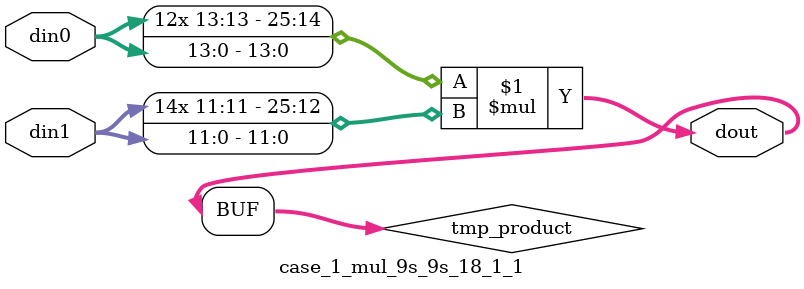
<source format=v>

`timescale 1 ns / 1 ps

 (* use_dsp = "no" *)  module case_1_mul_9s_9s_18_1_1(din0, din1, dout);
parameter ID = 1;
parameter NUM_STAGE = 0;
parameter din0_WIDTH = 14;
parameter din1_WIDTH = 12;
parameter dout_WIDTH = 26;

input [din0_WIDTH - 1 : 0] din0; 
input [din1_WIDTH - 1 : 0] din1; 
output [dout_WIDTH - 1 : 0] dout;

wire signed [dout_WIDTH - 1 : 0] tmp_product;



























assign tmp_product = $signed(din0) * $signed(din1);








assign dout = tmp_product;





















endmodule

</source>
